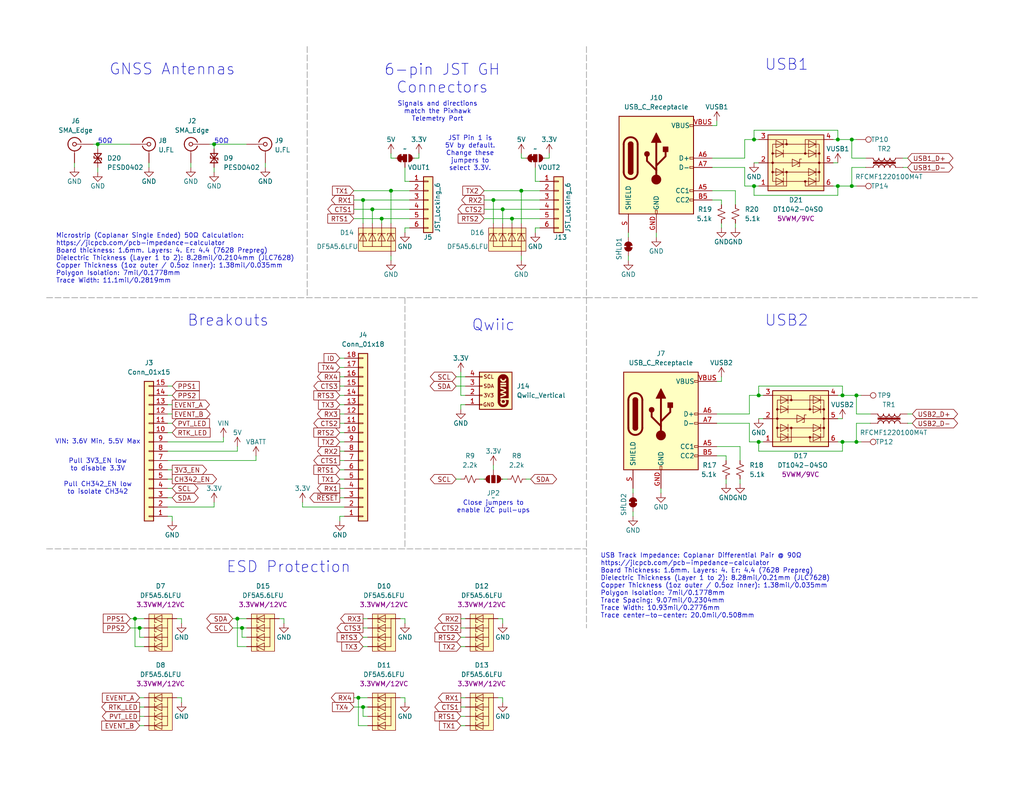
<source format=kicad_sch>
(kicad_sch (version 20250114) (generator "eeschema") (generator_version "9.0")
  (paper "USLetter")
  (title_block (title "SparkFun GNSS Flex Breakout - Connectors"))
  (text "Breakouts" (at 62.23 87.63 0) (effects (font (size 3 3))))
  (text "USB1" (at 214.63 17.78 0) (effects (font (size 3 3))))
  (text "USB Track Impedance: Coplanar Differential Pair @ 90Ω\nhttps://jlcpcb.com/pcb-impedance-calculator\nBoard Thickness: 1.6mm. Layers: 4. Er: 4.4 (7628 Prepreg)\nDielectric Thickness (Layer 1 to 2): 8.28mil/0.21mm (JLC7628) \nCopper Thickness (1oz outer / 0.5oz inner): 1.38mil/0.035mm\nPolygon Isolation: 7mil/0.1778mm\nTrace Spacing: 9.07mil/0.2304mm\nTrace Width: 10.93mil/0.2776mm\nTrace center-to-center: 20.0mil/0.508mm" (at 163.83 168.91 0) (effects (font (size 1.27 1.27)) (justify left bottom)))
  (text "50Ω" (at 58.42 39.37 0) (effects (font (size 1.27 1.27)) (justify left bottom)))
  (text "Close jumpers to\nenable I2C pull-ups" (at 134.62 138.43 0) (effects (font (size 1.27 1.27))))
  (text "Pull 3V3_EN low\nto disable 3.3V" (at 26.67 127 0) (effects (font (size 1.27 1.27))))
  (text "GNSS Antennas" (at 46.99 19.05 0) (effects (font (size 3 3))))
  (text "JST Pin 1 is\n5V by default.\nChange these\njumpers to\nselect 3.3V." (at 128.27 41.91 0) (effects (font (size 1.27 1.27))))
  (text "Signals and directions\nmatch the Pixhawk\nTelemetry Port" (at 119.38 30.48 0) (effects (font (size 1.27 1.27))))
  (text "Pull CH342_EN low\nto isolate CH342" (at 26.67 133.35 0) (effects (font (size 1.27 1.27))))
  (text "USB2" (at 214.63 87.63 0) (effects (font (size 3 3))))
  (text "Microstrip (Coplanar Single Ended) 50Ω Calculation:\nhttps://jlcpcb.com/pcb-impedance-calculator\nBoard thickness: 1.6mm. Layers: 4. Er: 4.4 (7628 Prepreg)\nDielectric Thickness (Layer 1 to 2): 8.28mil/0.2104mm (JLC7628)\nCopper Thickness (1oz outer / 0.5oz inner): 1.38mil/0.035mm\nPolygon Isolation: 7mil/0.1778mm\nTrace Width: 11.1mil/0.2819mm" (at 15.24 77.47 0) (effects (font (size 1.27 1.27)) (justify left bottom)))
  (text "50Ω" (at 26.67 39.37 0) (effects (font (size 1.27 1.27)) (justify left bottom)))
  (text "6-pin JST GH\nConnectors" (at 120.65 21.59 0) (effects (font (size 3 3))))
  (text "ESD Protection" (at 78.74 154.94 0) (effects (font (size 3 3))))
  (text "VIN: 3.6V Min, 5.5V Max\n" (at 26.67 120.65 0) (effects (font (size 1.27 1.27))))
  (text "Qwiic" (at 134.62 88.9 0) (effects (font (size 3 3))))
  (junction (at 99.06 193.04))
  (junction (at 232.41 38.1))
  (junction (at 232.41 50.8))
  (junction (at 38.1 171.45))
  (junction (at 137.16 57.15))
  (junction (at 228.6 38.1))
  (junction (at 205.74 50.8))
  (junction (at 36.83 168.91))
  (junction (at 64.77 168.91))
  (junction (at 207.01 107.95))
  (junction (at 66.04 171.45))
  (junction (at 134.62 54.61))
  (junction (at 106.68 52.07))
  (junction (at 97.79 190.5))
  (junction (at 142.24 52.07))
  (junction (at 58.42 39.37))
  (junction (at 233.68 120.65))
  (junction (at 207.01 120.65))
  (junction (at 229.87 120.65))
  (junction (at 101.6 57.15))
  (junction (at 104.14 59.69))
  (junction (at 26.67 39.37))
  (junction (at 228.6 50.8))
  (junction (at 139.7 59.69))
  (junction (at 205.74 38.1))
  (junction (at 99.06 54.61))
  (junction (at 229.87 107.95))
  (junction (at 233.68 107.95))
  (wire (pts (xy 110.49 49.53) (xy 111.76 49.53)))
  (wire (pts (xy 130.81 130.81) (xy 132.08 130.81)))
  (wire (pts (xy 142.24 52.07) (xy 147.32 52.07)))
  (wire (pts (xy 139.7 59.69) (xy 139.7 60.96)))
  (wire (pts (xy 92.71 123.19) (xy 93.98 123.19)))
  (wire (pts (xy 104.14 59.69) (xy 111.76 59.69)))
  (wire (pts (xy 38.1 171.45) (xy 39.37 171.45)))
  (wire (pts (xy 137.16 190.5) (xy 137.16 191.77)))
  (wire (pts (xy 64.77 123.19) (xy 64.77 121.92)))
  (wire (pts (xy 125.73 107.95) (xy 127 107.95)))
  (wire (pts (xy 58.42 137.16) (xy 58.42 138.43)))
  (polyline (pts (xy 160.02 81.28) (xy 266.7 81.28)) (stroke (width 0) (type dash) (color 132 132 132 1)))
  (wire (pts (xy 26.67 45.72) (xy 26.67 46.99)))
  (wire (pts (xy 58.42 39.37) (xy 67.31 39.37)))
  (wire (pts (xy 139.7 59.69) (xy 147.32 59.69)))
  (wire (pts (xy 194.31 34.29) (xy 195.58 34.29)))
  (wire (pts (xy 228.6 35.56) (xy 205.74 35.56)))
  (wire (pts (xy 58.42 39.37) (xy 58.42 40.64)))
  (wire (pts (xy 82.55 137.16) (xy 82.55 138.43)))
  (wire (pts (xy 92.71 120.65) (xy 93.98 120.65)))
  (wire (pts (xy 110.49 62.23) (xy 110.49 63.5)))
  (wire (pts (xy 132.08 57.15) (xy 137.16 57.15)))
  (wire (pts (xy 137.16 130.81) (xy 138.43 130.81)))
  (polyline (pts (xy 12.7 81.28) (xy 160.02 81.28)) (stroke (width 0) (type dash) (color 132 132 132 1)))
  (wire (pts (xy 125.73 198.12) (xy 127 198.12)))
  (wire (pts (xy 38.1 193.04) (xy 39.37 193.04)))
  (wire (pts (xy 208.28 120.65) (xy 207.01 120.65)))
  (wire (pts (xy 45.72 128.27) (xy 46.99 128.27)))
  (wire (pts (xy 101.6 57.15) (xy 111.76 57.15)))
  (wire (pts (xy 171.45 69.85) (xy 171.45 71.12)))
  (wire (pts (xy 228.6 38.1) (xy 232.41 38.1)))
  (wire (pts (xy 233.68 115.57) (xy 237.49 115.57)))
  (wire (pts (xy 92.71 100.33) (xy 93.98 100.33)))
  (wire (pts (xy 125.73 171.45) (xy 127 171.45)))
  (wire (pts (xy 142.24 43.18) (xy 143.51 43.18)))
  (wire (pts (xy 25.4 39.37) (xy 26.67 39.37)))
  (wire (pts (xy 113.03 43.18) (xy 114.3 43.18)))
  (wire (pts (xy 69.85 125.73) (xy 45.72 125.73)))
  (wire (pts (xy 46.99 115.57) (xy 45.72 115.57)))
  (wire (pts (xy 49.53 190.5) (xy 49.53 191.77)))
  (wire (pts (xy 96.52 59.69) (xy 104.14 59.69)))
  (wire (pts (xy 99.06 193.04) (xy 100.33 193.04)))
  (wire (pts (xy 207.01 123.19) (xy 229.87 123.19)))
  (polyline (pts (xy 110.49 81.28) (xy 110.49 149.86)) (stroke (width 0) (type dash) (color 132 132 132 1)))
  (wire (pts (xy 72.39 44.45) (xy 72.39 45.72)))
  (wire (pts (xy 92.71 97.79) (xy 93.98 97.79)))
  (wire (pts (xy 200.66 60.96) (xy 200.66 62.23)))
  (wire (pts (xy 76.2 168.91) (xy 77.47 168.91)))
  (wire (pts (xy 228.6 50.8) (xy 228.6 53.34)))
  (wire (pts (xy 100.33 168.91) (xy 99.06 168.91)))
  (wire (pts (xy 228.6 107.95) (xy 229.87 107.95)))
  (wire (pts (xy 38.1 195.58) (xy 39.37 195.58)))
  (wire (pts (xy 96.52 57.15) (xy 101.6 57.15)))
  (wire (pts (xy 111.76 62.23) (xy 110.49 62.23)))
  (wire (pts (xy 66.04 171.45) (xy 67.31 171.45)))
  (wire (pts (xy 66.04 173.99) (xy 66.04 171.45)))
  (wire (pts (xy 207.01 44.45) (xy 205.74 44.45)))
  (wire (pts (xy 36.83 176.53) (xy 36.83 168.91)))
  (wire (pts (xy 26.67 39.37) (xy 26.67 40.64)))
  (wire (pts (xy 40.64 44.45) (xy 40.64 45.72)))
  (wire (pts (xy 135.89 168.91) (xy 137.16 168.91)))
  (wire (pts (xy 92.71 102.87) (xy 93.98 102.87)))
  (wire (pts (xy 49.53 168.91) (xy 49.53 170.18)))
  (wire (pts (xy 110.49 45.72) (xy 110.49 49.53)))
  (wire (pts (xy 125.73 168.91) (xy 127 168.91)))
  (wire (pts (xy 35.56 171.45) (xy 38.1 171.45)))
  (wire (pts (xy 196.85 54.61) (xy 196.85 55.88)))
  (wire (pts (xy 39.37 173.99) (xy 38.1 173.99)))
  (wire (pts (xy 203.2 45.72) (xy 203.2 50.8)))
  (wire (pts (xy 227.33 50.8) (xy 228.6 50.8)))
  (wire (pts (xy 63.5 168.91) (xy 64.77 168.91)))
  (wire (pts (xy 229.87 107.95) (xy 233.68 107.95)))
  (wire (pts (xy 96.52 193.04) (xy 99.06 193.04)))
  (wire (pts (xy 147.32 62.23) (xy 146.05 62.23)))
  (wire (pts (xy 38.1 198.12) (xy 39.37 198.12)))
  (wire (pts (xy 207.01 105.41) (xy 207.01 107.95)))
  (wire (pts (xy 106.68 41.91) (xy 106.68 43.18)))
  (wire (pts (xy 46.99 105.41) (xy 45.72 105.41)))
  (wire (pts (xy 232.41 43.18) (xy 236.22 43.18)))
  (wire (pts (xy 204.47 113.03) (xy 204.47 107.95)))
  (wire (pts (xy 205.74 53.34) (xy 228.6 53.34)))
  (wire (pts (xy 97.79 198.12) (xy 100.33 198.12)))
  (wire (pts (xy 228.6 114.3) (xy 229.87 114.3)))
  (wire (pts (xy 195.58 124.46) (xy 198.12 124.46)))
  (wire (pts (xy 104.14 59.69) (xy 104.14 60.96)))
  (wire (pts (xy 134.62 54.61) (xy 147.32 54.61)))
  (wire (pts (xy 229.87 107.95) (xy 229.87 105.41)))
  (wire (pts (xy 92.71 128.27) (xy 93.98 128.27)))
  (wire (pts (xy 207.01 120.65) (xy 207.01 123.19)))
  (wire (pts (xy 96.52 54.61) (xy 99.06 54.61)))
  (wire (pts (xy 194.31 52.07) (xy 200.66 52.07)))
  (wire (pts (xy 232.41 38.1) (xy 233.68 38.1)))
  (wire (pts (xy 52.07 44.45) (xy 52.07 45.72)))
  (wire (pts (xy 195.58 104.14) (xy 196.85 104.14)))
  (wire (pts (xy 67.31 173.99) (xy 66.04 173.99)))
  (wire (pts (xy 179.07 63.5) (xy 179.07 64.77)))
  (wire (pts (xy 96.52 190.5) (xy 97.79 190.5)))
  (wire (pts (xy 229.87 120.65) (xy 229.87 123.19)))
  (wire (pts (xy 247.65 115.57) (xy 248.92 115.57)))
  (wire (pts (xy 142.24 52.07) (xy 142.24 60.96)))
  (wire (pts (xy 39.37 176.53) (xy 36.83 176.53)))
  (wire (pts (xy 38.1 173.99) (xy 38.1 171.45)))
  (wire (pts (xy 36.83 168.91) (xy 39.37 168.91)))
  (wire (pts (xy 132.08 52.07) (xy 142.24 52.07)))
  (wire (pts (xy 125.73 101.6) (xy 125.73 107.95)))
  (wire (pts (xy 100.33 173.99) (xy 99.06 173.99)))
  (wire (pts (xy 180.34 133.35) (xy 180.34 134.62)))
  (wire (pts (xy 101.6 57.15) (xy 101.6 60.96)))
  (wire (pts (xy 228.6 50.8) (xy 232.41 50.8)))
  (wire (pts (xy 60.96 120.65) (xy 45.72 120.65)))
  (wire (pts (xy 92.71 107.95) (xy 93.98 107.95)))
  (wire (pts (xy 137.16 57.15) (xy 137.16 60.96)))
  (wire (pts (xy 63.5 171.45) (xy 66.04 171.45)))
  (wire (pts (xy 148.59 43.18) (xy 149.86 43.18)))
  (wire (pts (xy 196.85 60.96) (xy 196.85 62.23)))
  (wire (pts (xy 106.68 52.07) (xy 111.76 52.07)))
  (wire (pts (xy 92.71 130.81) (xy 93.98 130.81)))
  (wire (pts (xy 207.01 38.1) (xy 205.74 38.1)))
  (wire (pts (xy 132.08 59.69) (xy 139.7 59.69)))
  (polyline (pts (xy 83.82 12.7) (xy 83.82 81.28)) (stroke (width 0) (type dash) (color 132 132 132 1)))
  (polyline (pts (xy 12.7 149.86) (xy 160.02 149.86)) (stroke (width 0) (type dash) (color 132 132 132 1)))
  (wire (pts (xy 204.47 120.65) (xy 207.01 120.65)))
  (wire (pts (xy 233.68 113.03) (xy 237.49 113.03)))
  (wire (pts (xy 57.15 39.37) (xy 58.42 39.37)))
  (wire (pts (xy 67.31 176.53) (xy 64.77 176.53)))
  (wire (pts (xy 97.79 190.5) (xy 97.79 198.12)))
  (wire (pts (xy 194.31 43.18) (xy 203.2 43.18)))
  (wire (pts (xy 110.49 190.5) (xy 110.49 191.77)))
  (wire (pts (xy 109.22 190.5) (xy 110.49 190.5)))
  (wire (pts (xy 92.71 140.97) (xy 92.71 142.24)))
  (wire (pts (xy 172.72 133.35) (xy 172.72 134.62)))
  (wire (pts (xy 233.68 107.95) (xy 234.95 107.95)))
  (wire (pts (xy 143.51 130.81) (xy 144.78 130.81)))
  (wire (pts (xy 246.38 43.18) (xy 247.65 43.18)))
  (wire (pts (xy 125.73 193.04) (xy 127 193.04)))
  (wire (pts (xy 200.66 52.07) (xy 200.66 55.88)))
  (wire (pts (xy 92.71 125.73) (xy 93.98 125.73)))
  (wire (pts (xy 135.89 190.5) (xy 137.16 190.5)))
  (wire (pts (xy 194.31 54.61) (xy 196.85 54.61)))
  (wire (pts (xy 227.33 44.45) (xy 228.6 44.45)))
  (wire (pts (xy 142.24 41.91) (xy 142.24 43.18)))
  (wire (pts (xy 46.99 140.97) (xy 46.99 142.24)))
  (wire (pts (xy 45.72 135.89) (xy 46.99 135.89)))
  (wire (pts (xy 35.56 168.91) (xy 36.83 168.91)))
  (wire (pts (xy 233.68 120.65) (xy 233.68 115.57)))
  (wire (pts (xy 203.2 38.1) (xy 205.74 38.1)))
  (wire (pts (xy 228.6 120.65) (xy 229.87 120.65)))
  (wire (pts (xy 203.2 43.18) (xy 203.2 38.1)))
  (wire (pts (xy 92.71 118.11) (xy 93.98 118.11)))
  (wire (pts (xy 125.73 190.5) (xy 127 190.5)))
  (wire (pts (xy 246.38 45.72) (xy 247.65 45.72)))
  (wire (pts (xy 106.68 69.85) (xy 106.68 71.12)))
  (wire (pts (xy 99.06 54.61) (xy 99.06 60.96)))
  (wire (pts (xy 142.24 69.85) (xy 142.24 71.12)))
  (wire (pts (xy 99.06 54.61) (xy 111.76 54.61)))
  (wire (pts (xy 69.85 124.46) (xy 69.85 125.73)))
  (wire (pts (xy 232.41 45.72) (xy 236.22 45.72)))
  (wire (pts (xy 97.79 190.5) (xy 100.33 190.5)))
  (wire (pts (xy 134.62 54.61) (xy 134.62 60.96)))
  (wire (pts (xy 92.71 135.89) (xy 93.98 135.89)))
  (wire (pts (xy 77.47 168.91) (xy 77.47 170.18)))
  (wire (pts (xy 195.58 121.92) (xy 201.93 121.92)))
  (wire (pts (xy 207.01 50.8) (xy 205.74 50.8)))
  (wire (pts (xy 45.72 133.35) (xy 46.99 133.35)))
  (wire (pts (xy 92.71 115.57) (xy 93.98 115.57)))
  (wire (pts (xy 233.68 107.95) (xy 233.68 113.03)))
  (wire (pts (xy 92.71 140.97) (xy 93.98 140.97)))
  (wire (pts (xy 205.74 50.8) (xy 205.74 53.34)))
  (wire (pts (xy 109.22 168.91) (xy 110.49 168.91)))
  (wire (pts (xy 64.77 176.53) (xy 64.77 168.91)))
  (wire (pts (xy 227.33 38.1) (xy 228.6 38.1)))
  (wire (pts (xy 229.87 120.65) (xy 233.68 120.65)))
  (wire (pts (xy 208.28 107.95) (xy 207.01 107.95)))
  (wire (pts (xy 132.08 54.61) (xy 134.62 54.61)))
  (wire (pts (xy 208.28 114.3) (xy 207.01 114.3)))
  (wire (pts (xy 195.58 115.57) (xy 204.47 115.57)))
  (wire (pts (xy 149.86 41.91) (xy 149.86 43.18)))
  (wire (pts (xy 124.46 130.81) (xy 125.73 130.81)))
  (wire (pts (xy 229.87 105.41) (xy 207.01 105.41)))
  (wire (pts (xy 196.85 102.87) (xy 196.85 104.14)))
  (wire (pts (xy 46.99 140.97) (xy 45.72 140.97)))
  (wire (pts (xy 203.2 50.8) (xy 205.74 50.8)))
  (wire (pts (xy 204.47 107.95) (xy 207.01 107.95)))
  (wire (pts (xy 201.93 121.92) (xy 201.93 125.73)))
  (wire (pts (xy 201.93 130.81) (xy 201.93 132.08)))
  (wire (pts (xy 100.33 176.53) (xy 99.06 176.53)))
  (wire (pts (xy 26.67 39.37) (xy 35.56 39.37)))
  (wire (pts (xy 99.06 195.58) (xy 99.06 193.04)))
  (wire (pts (xy 45.72 138.43) (xy 58.42 138.43)))
  (wire (pts (xy 195.58 113.03) (xy 204.47 113.03)))
  (wire (pts (xy 114.3 41.91) (xy 114.3 43.18)))
  (wire (pts (xy 100.33 171.45) (xy 99.06 171.45)))
  (wire (pts (xy 45.72 130.81) (xy 46.99 130.81)))
  (wire (pts (xy 124.46 105.41) (xy 127 105.41)))
  (wire (pts (xy 106.68 43.18) (xy 107.95 43.18)))
  (wire (pts (xy 46.99 110.49) (xy 45.72 110.49)))
  (wire (pts (xy 137.16 168.91) (xy 137.16 170.18)))
  (wire (pts (xy 228.6 38.1) (xy 228.6 35.56)))
  (wire (pts (xy 106.68 52.07) (xy 106.68 60.96)))
  (wire (pts (xy 82.55 138.43) (xy 93.98 138.43)))
  (wire (pts (xy 194.31 45.72) (xy 203.2 45.72)))
  (wire (pts (xy 48.26 190.5) (xy 49.53 190.5)))
  (wire (pts (xy 232.41 50.8) (xy 232.41 45.72)))
  (wire (pts (xy 205.74 35.56) (xy 205.74 38.1)))
  (wire (pts (xy 96.52 52.07) (xy 106.68 52.07)))
  (wire (pts (xy 38.1 190.5) (xy 39.37 190.5)))
  (wire (pts (xy 48.26 168.91) (xy 49.53 168.91)))
  (wire (pts (xy 92.71 105.41) (xy 93.98 105.41)))
  (wire (pts (xy 46.99 118.11) (xy 45.72 118.11)))
  (wire (pts (xy 198.12 130.81) (xy 198.12 132.08)))
  (wire (pts (xy 46.99 107.95) (xy 45.72 107.95)))
  (wire (pts (xy 110.49 168.91) (xy 110.49 170.18)))
  (wire (pts (xy 125.73 195.58) (xy 127 195.58)))
  (polyline (pts (xy 160.02 12.7) (xy 160.02 171.45)) (stroke (width 0) (type dash) (color 132 132 132 1)))
  (wire (pts (xy 92.71 113.03) (xy 93.98 113.03)))
  (wire (pts (xy 125.73 176.53) (xy 127 176.53)))
  (wire (pts (xy 64.77 168.91) (xy 67.31 168.91)))
  (wire (pts (xy 125.73 110.49) (xy 125.73 111.76)))
  (wire (pts (xy 146.05 45.72) (xy 146.05 49.53)))
  (wire (pts (xy 198.12 124.46) (xy 198.12 125.73)))
  (wire (pts (xy 232.41 38.1) (xy 232.41 43.18)))
  (wire (pts (xy 146.05 49.53) (xy 147.32 49.53)))
  (wire (pts (xy 137.16 57.15) (xy 147.32 57.15)))
  (wire (pts (xy 60.96 119.38) (xy 60.96 120.65)))
  (wire (pts (xy 204.47 115.57) (xy 204.47 120.65)))
  (wire (pts (xy 127 110.49) (xy 125.73 110.49)))
  (wire (pts (xy 20.32 44.45) (xy 20.32 45.72)))
  (wire (pts (xy 247.65 113.03) (xy 248.92 113.03)))
  (wire (pts (xy 195.58 33.02) (xy 195.58 34.29)))
  (wire (pts (xy 100.33 195.58) (xy 99.06 195.58)))
  (wire (pts (xy 134.62 127) (xy 134.62 128.27)))
  (wire (pts (xy 125.73 173.99) (xy 127 173.99)))
  (wire (pts (xy 233.68 120.65) (xy 234.95 120.65)))
  (wire (pts (xy 46.99 113.03) (xy 45.72 113.03)))
  (wire (pts (xy 171.45 63.5) (xy 171.45 64.77)))
  (wire (pts (xy 92.71 110.49) (xy 93.98 110.49)))
  (wire (pts (xy 92.71 133.35) (xy 93.98 133.35)))
  (wire (pts (xy 64.77 123.19) (xy 45.72 123.19)))
  (wire (pts (xy 232.41 50.8) (xy 233.68 50.8)))
  (wire (pts (xy 124.46 102.87) (xy 127 102.87)))
  (wire (pts (xy 58.42 45.72) (xy 58.42 46.99)))
  (wire (pts (xy 172.72 139.7) (xy 172.72 140.97)))
  (wire (pts (xy 146.05 62.23) (xy 146.05 63.5)))
  (global_label "USB1_D-" (shape bidirectional) (at 247.65 45.72 0) (property "Intersheetrefs" "${INTERSHEET_REFS}" (effects (hide yes))))
  (global_label "EVENT_A" (shape output) (at 46.99 110.49 0) (property "Intersheetrefs" "${INTERSHEET_REFS}" (effects (hide yes))))
  (global_label "RX2" (shape output) (at 132.08 54.61 180) (property "Intersheetrefs" "${INTERSHEET_REFS}" (effects (hide yes))))
  (global_label "RX2" (shape output) (at 92.71 123.19 180) (property "Intersheetrefs" "${INTERSHEET_REFS}" (effects (hide yes))))
  (global_label "PPS1" (shape input) (at 46.99 105.41 0) (property "Intersheetrefs" "${INTERSHEET_REFS}" (effects (hide yes))))
  (global_label "3V3_EN" (shape output) (at 46.99 128.27 0) (property "Intersheetrefs" "${INTERSHEET_REFS}" (effects (hide yes))))
  (global_label "CTS1" (shape output) (at 92.71 125.73 180) (property "Intersheetrefs" "${INTERSHEET_REFS}" (effects (hide yes))))
  (global_label "RTS2" (shape input) (at 125.73 173.99 180) (property "Intersheetrefs" "${INTERSHEET_REFS}" (effects (hide yes))))
  (global_label "RTS1" (shape input) (at 125.73 195.58 180) (property "Intersheetrefs" "${INTERSHEET_REFS}" (effects (hide yes))))
  (global_label "SCL" (shape bidirectional) (at 63.5 171.45 180) (property "Intersheetrefs" "${INTERSHEET_REFS}" (effects (hide yes))))
  (global_label "PPS2" (shape input) (at 35.56 171.45 180) (property "Intersheetrefs" "${INTERSHEET_REFS}" (effects (hide yes))))
  (global_label "SDA" (shape bidirectional) (at 46.99 135.89 0) (property "Intersheetrefs" "${INTERSHEET_REFS}" (effects (hide yes))))
  (global_label "EVENT_B" (shape output) (at 46.99 113.03 0) (property "Intersheetrefs" "${INTERSHEET_REFS}" (effects (hide yes))))
  (global_label "PVT_LED" (shape input) (at 46.99 115.57 0) (property "Intersheetrefs" "${INTERSHEET_REFS}" (effects (hide yes))))
  (global_label "SDA" (shape bidirectional) (at 144.78 130.81 0) (property "Intersheetrefs" "${INTERSHEET_REFS}" (effects (hide yes))))
  (global_label "TX1" (shape input) (at 92.71 130.81 180) (property "Intersheetrefs" "${INTERSHEET_REFS}" (effects (hide yes))))
  (global_label "RX4" (shape output) (at 92.71 102.87 180) (property "Intersheetrefs" "${INTERSHEET_REFS}" (effects (hide yes))))
  (global_label "RTS2" (shape input) (at 92.71 118.11 180) (property "Intersheetrefs" "${INTERSHEET_REFS}" (effects (hide yes))))
  (global_label "CTS3" (shape output) (at 99.06 171.45 180) (property "Intersheetrefs" "${INTERSHEET_REFS}" (effects (hide yes))))
  (global_label "EVENT_B" (shape input) (at 38.1 198.12 180) (property "Intersheetrefs" "${INTERSHEET_REFS}" (effects (hide yes))))
  (global_label "RX3" (shape output) (at 99.06 168.91 180) (property "Intersheetrefs" "${INTERSHEET_REFS}" (effects (hide yes))))
  (global_label "RX4" (shape output) (at 96.52 190.5 180) (property "Intersheetrefs" "${INTERSHEET_REFS}" (effects (hide yes))))
  (global_label "TX4" (shape input) (at 92.71 100.33 180) (property "Intersheetrefs" "${INTERSHEET_REFS}" (effects (hide yes))))
  (global_label "USB2_D-" (shape bidirectional) (at 248.92 115.57 0) (property "Intersheetrefs" "${INTERSHEET_REFS}" (effects (hide yes))))
  (global_label "EVENT_A" (shape input) (at 38.1 190.5 180) (property "Intersheetrefs" "${INTERSHEET_REFS}" (effects (hide yes))))
  (global_label "CTS1" (shape output) (at 96.52 57.15 180) (property "Intersheetrefs" "${INTERSHEET_REFS}" (effects (hide yes))))
  (global_label "TX1" (shape input) (at 125.73 198.12 180) (property "Intersheetrefs" "${INTERSHEET_REFS}" (effects (hide yes))))
  (global_label "TX3" (shape input) (at 99.06 176.53 180) (property "Intersheetrefs" "${INTERSHEET_REFS}" (effects (hide yes))))
  (global_label "RTS1" (shape input) (at 96.52 59.69 180) (property "Intersheetrefs" "${INTERSHEET_REFS}" (effects (hide yes))))
  (global_label "TX4" (shape input) (at 96.52 193.04 180) (property "Intersheetrefs" "${INTERSHEET_REFS}" (effects (hide yes))))
  (global_label "SCL" (shape bidirectional) (at 124.46 130.81 180) (property "Intersheetrefs" "${INTERSHEET_REFS}" (effects (hide yes))))
  (global_label "TX2" (shape input) (at 125.73 176.53 180) (property "Intersheetrefs" "${INTERSHEET_REFS}" (effects (hide yes))))
  (global_label "USB2_D+" (shape bidirectional) (at 248.92 113.03 0) (property "Intersheetrefs" "${INTERSHEET_REFS}" (effects (hide yes))))
  (global_label "TX2" (shape input) (at 132.08 52.07 180) (property "Intersheetrefs" "${INTERSHEET_REFS}" (effects (hide yes))))
  (global_label "PPS1" (shape input) (at 35.56 168.91 180) (property "Intersheetrefs" "${INTERSHEET_REFS}" (effects (hide yes))))
  (global_label "PPS2" (shape input) (at 46.99 107.95 0) (property "Intersheetrefs" "${INTERSHEET_REFS}" (effects (hide yes))))
  (global_label "RTK_LED" (shape input) (at 46.99 118.11 0) (property "Intersheetrefs" "${INTERSHEET_REFS}" (effects (hide yes))))
  (global_label "CTS2" (shape output) (at 132.08 57.15 180) (property "Intersheetrefs" "${INTERSHEET_REFS}" (effects (hide yes))))
  (global_label "CTS3" (shape output) (at 92.71 105.41 180) (property "Intersheetrefs" "${INTERSHEET_REFS}" (effects (hide yes))))
  (global_label "USB1_D+" (shape bidirectional) (at 247.65 43.18 0) (property "Intersheetrefs" "${INTERSHEET_REFS}" (effects (hide yes))))
  (global_label "RX1" (shape output) (at 125.73 190.5 180) (property "Intersheetrefs" "${INTERSHEET_REFS}" (effects (hide yes))))
  (global_label "CH342_EN" (shape output) (at 46.99 130.81 0) (property "Intersheetrefs" "${INTERSHEET_REFS}" (effects (hide yes))))
  (global_label "RTS2" (shape input) (at 132.08 59.69 180) (property "Intersheetrefs" "${INTERSHEET_REFS}" (effects (hide yes))))
  (global_label "SCL" (shape bidirectional) (at 124.46 102.87 180) (property "Intersheetrefs" "${INTERSHEET_REFS}" (effects (hide yes))))
  (global_label "PVT_LED" (shape output) (at 38.1 195.58 180) (property "Intersheetrefs" "${INTERSHEET_REFS}" (effects (hide yes))))
  (global_label "ID" (shape input) (at 92.71 97.79 180) (property "Intersheetrefs" "${INTERSHEET_REFS}" (effects (hide yes))))
  (global_label "RTS1" (shape input) (at 92.71 128.27 180) (property "Intersheetrefs" "${INTERSHEET_REFS}" (effects (hide yes))))
  (global_label "CTS2" (shape output) (at 92.71 115.57 180) (property "Intersheetrefs" "${INTERSHEET_REFS}" (effects (hide yes))))
  (global_label "TX2" (shape input) (at 92.71 120.65 180) (property "Intersheetrefs" "${INTERSHEET_REFS}" (effects (hide yes))))
  (global_label "SDA" (shape bidirectional) (at 63.5 168.91 180) (property "Intersheetrefs" "${INTERSHEET_REFS}" (effects (hide yes))))
  (global_label "RX2" (shape output) (at 125.73 168.91 180) (property "Intersheetrefs" "${INTERSHEET_REFS}" (effects (hide yes))))
  (global_label "CTS2" (shape output) (at 125.73 171.45 180) (property "Intersheetrefs" "${INTERSHEET_REFS}" (effects (hide yes))))
  (global_label "SCL" (shape bidirectional) (at 46.99 133.35 0) (property "Intersheetrefs" "${INTERSHEET_REFS}" (effects (hide yes))))
  (global_label "RX1" (shape output) (at 96.52 54.61 180) (property "Intersheetrefs" "${INTERSHEET_REFS}" (effects (hide yes))))
  (global_label "TX3" (shape input) (at 92.71 110.49 180) (property "Intersheetrefs" "${INTERSHEET_REFS}" (effects (hide yes))))
  (global_label "RTK_LED" (shape output) (at 38.1 193.04 180) (property "Intersheetrefs" "${INTERSHEET_REFS}" (effects (hide yes))))
  (global_label "RX1" (shape output) (at 92.71 133.35 180) (property "Intersheetrefs" "${INTERSHEET_REFS}" (effects (hide yes))))
  (global_label "SDA" (shape bidirectional) (at 124.46 105.41 180) (property "Intersheetrefs" "${INTERSHEET_REFS}" (effects (hide yes))))
  (global_label "CTS1" (shape output) (at 125.73 193.04 180) (property "Intersheetrefs" "${INTERSHEET_REFS}" (effects (hide yes))))
  (global_label "TX1" (shape input) (at 96.52 52.07 180) (property "Intersheetrefs" "${INTERSHEET_REFS}" (effects (hide yes))))
  (global_label "RTS3" (shape input) (at 92.71 107.95 180) (property "Intersheetrefs" "${INTERSHEET_REFS}" (effects (hide yes))))
  (global_label "RX3" (shape output) (at 92.71 113.03 180) (property "Intersheetrefs" "${INTERSHEET_REFS}" (effects (hide yes))))
  (global_label "RTS3" (shape input) (at 99.06 173.99 180) (property "Intersheetrefs" "${INTERSHEET_REFS}" (effects (hide yes))))
  (global_label "~{RESET}" (shape output) (at 92.71 135.89 180) (property "Intersheetrefs" "${INTERSHEET_REFS}" (effects (hide yes))))
  (symbol (lib_id "SparkFun-DiscreteSemi:D_TVS_ESD_USB_5V") (at 218.44 44.45 270) (mirror x) (unit 1)
    (property "Reference" "D21" (at 217.17 54.61 90))
    (property "Value" "DT1042-04SO" (at 210.82 57.15 90) (effects (justify left)))
    (property "Footprint" "SparkFun-Semiconductor-Standard:SOT23-6" (effects (hide yes)))
    (property "Datasheet" "https://www.diodes.com/assets/Datasheets/DT1042-04SO.pdf" (effects (hide yes)))
    (property "Description" "Very low capacitance ESD protection diode, 4 data-line, SOT-23-6" (effects (hide yes)))
    (property "PROD_ID" "IC-13538" (effects (hide yes)))
    (property "Rating" "5VWM/9VC" (at 217.17 59.69 90))
  )
  (symbol (lib_id "SparkFun-DiscreteSemi:D_TVS_ESD_4_HS_3.3V") (at 43.18 195.58 90) (unit 1)
    (property "Reference" "D8" (at 43.815 181.61 90))
    (property "Value" "DF5A5.6LFU" (at 43.815 184.15 90))
    (property "Footprint" "SparkFun-Semiconductor-Standard:SOT-353" (effects (hide yes)))
    (property "Datasheet" "https://toshiba.semicon-storage.com/info/DF5A5.6LFU_datasheet_en_20140301.pdf?did=22260&prodName=DF5A5.6LFU" (effects (hide yes)))
    (property "Description" "Low capacitance microSD unidirectional quadruple ESD protection diode array, 3.3V, Common Anode, SOT-353" (effects (hide yes)))
    (property "PROD_ID" "DIO-20454" (effects (hide yes)))
    (property "Rating" "3.3VWM/12VC" (at 43.815 186.69 90))
  )
  (symbol (lib_id "SparkFun-DiscreteSemi:D_TVS_ESD_4_HS_3.3V") (at 71.12 173.99 90) (unit 1)
    (property "Reference" "D15" (at 71.755 160.02 90))
    (property "Value" "DF5A5.6LFU" (at 71.755 162.56 90))
    (property "Footprint" "SparkFun-Semiconductor-Standard:SOT-353" (effects (hide yes)))
    (property "Datasheet" "https://toshiba.semicon-storage.com/info/DF5A5.6LFU_datasheet_en_20140301.pdf?did=22260&prodName=DF5A5.6LFU" (effects (hide yes)))
    (property "Description" "Low capacitance microSD unidirectional quadruple ESD protection diode array, 3.3V, Common Anode, SOT-353" (effects (hide yes)))
    (property "PROD_ID" "DIO-20454" (effects (hide yes)))
    (property "Rating" "3.3VWM/12VC" (at 71.755 165.1 90))
  )
  (symbol (lib_id "SparkFun-DiscreteSemi:D_TVS_ESD_4_HS_3.3V") (at 130.81 173.99 90) (unit 1)
    (property "Reference" "D12" (at 131.445 160.02 90))
    (property "Value" "DF5A5.6LFU" (at 131.445 162.56 90))
    (property "Footprint" "SparkFun-Semiconductor-Standard:SOT-353" (effects (hide yes)))
    (property "Datasheet" "https://toshiba.semicon-storage.com/info/DF5A5.6LFU_datasheet_en_20140301.pdf?did=22260&prodName=DF5A5.6LFU" (effects (hide yes)))
    (property "Description" "Low capacitance microSD unidirectional quadruple ESD protection diode array, 3.3V, Common Anode, SOT-353" (effects (hide yes)))
    (property "PROD_ID" "DIO-20454" (effects (hide yes)))
    (property "Rating" "3.3VWM/12VC" (at 131.445 165.1 90))
  )
  (symbol (lib_id "SparkFun-Connector:Conn_01x15") (at 40.64 123.19 180) (unit 1)
    (property "Reference" "J3" (at 40.64 99.06 0))
    (property "Value" "Conn_01x15" (at 40.64 101.6 0))
    (property "Footprint" "SparkFun-Connector:1x15" (effects (hide yes)))
    (property "Description" "Basic 0.1\" PTH" (effects (hide yes)))
  )
  (symbol (lib_id "SparkFun-Jumper:SolderJumper_2_Bridged") (at 171.45 67.31 270) (mirror x) (unit 1)
    (property "Reference" "SHLD1" (at 168.91 64.77 0) (effects (justify right)))
    (property "Value" "~" (at 168.91 68.58 90) (effects (justify right)))
    (property "Footprint" "SparkFun-Jumper:Jumper_2_NC_Trace" (effects (hide yes)))
    (property "Description" "Solder Jumper, 2-pole, closed/bridged" (effects (hide yes)))
  )
  (symbol (lib_id "SparkFun-PowerSymbol:3.3V") (at 134.62 127 0) (unit 1)
    (property "Reference" "#PWR0117" (effects (hide yes)))
    (property "Value" "3.3V" (at 134.62 123.19 0))
    (property "Description" "Power symbol creates a global label with name \"3.3V\"" (effects (hide yes)))
  )
  (symbol (lib_id "SparkFun-PowerSymbol:GND") (at 201.93 132.08 0) (unit 1)
    (property "Reference" "#PWR071" (effects (hide yes)))
    (property "Value" "GND" (at 201.93 135.89 0))
    (property "Description" "Power symbol creates a global label with name \"GND\" , ground" (effects (hide yes)))
  )
  (symbol (lib_id "SparkFun-PowerSymbol:GND") (at 52.07 45.72 0) (unit 1)
    (property "Reference" "#PWR046" (effects (hide yes)))
    (property "Value" "GND" (at 52.07 49.53 0))
    (property "Description" "Power symbol creates a global label with name \"GND\" , ground" (effects (hide yes)))
  )
  (symbol (lib_id "SparkFun-Connector:TestPoint_1.25mm") (at 234.95 107.95 270) (unit 1)
    (property "Reference" "TP9" (at 241.3 107.95 90))
    (property "Value" "1.25mm" (effects (hide yes)))
    (property "Footprint" "SparkFun-Connector:TestPoint-1.25mm" (effects (hide yes)))
    (property "Description" "Test Point" (effects (hide yes)))
  )
  (symbol (lib_id "SparkFun-PowerSymbol:GND") (at 92.71 142.24 0) (unit 1)
    (property "Reference" "#PWR056" (effects (hide yes)))
    (property "Value" "GND" (at 92.71 146.05 0))
    (property "Description" "Power symbol creates a global label with name \"GND\" , ground" (effects (hide yes)))
  )
  (symbol (lib_id "SparkFun-PowerSymbol:GND") (at 26.67 46.99 0) (unit 1)
    (property "Reference" "#PWR060" (effects (hide yes)))
    (property "Value" "GND" (at 26.67 50.8 0))
    (property "Description" "Power symbol creates a global label with name \"GND\" , ground" (effects (hide yes)))
  )
  (symbol (lib_id "SparkFun-PowerSymbol:GND") (at 49.53 170.18 0) (unit 1)
    (property "Reference" "#PWR044" (effects (hide yes)))
    (property "Value" "GND" (at 49.53 173.99 0))
    (property "Description" "Power symbol creates a global label with name \"GND\" , ground" (effects (hide yes)))
  )
  (symbol (lib_id "SparkFun-PowerSymbol:VIN") (at 60.96 119.38 0) (unit 1)
    (property "Reference" "#PWR051" (effects (hide yes)))
    (property "Value" "VIN" (at 60.96 115.57 0))
    (property "Description" "Power symbol creates a global label with name \"VIN\"" (effects (hide yes)))
  )
  (symbol (lib_id "SparkFun-PowerSymbol:GND") (at 146.05 63.5 0) (unit 1)
    (property "Reference" "#PWR077" (effects (hide yes)))
    (property "Value" "GND" (at 146.05 67.31 0))
    (property "Description" "Power symbol creates a global label with name \"GND\" , ground" (effects (hide yes)))
  )
  (symbol (lib_id "SparkFun-PowerSymbol:GND") (at 46.99 142.24 0) (unit 1)
    (property "Reference" "#PWR048" (effects (hide yes)))
    (property "Value" "GND" (at 46.99 146.05 0))
    (property "Description" "Power symbol creates a global label with name \"GND\" , ground" (effects (hide yes)))
  )
  (symbol (lib_id "SparkFun-DiscreteSemi:D_TVS_0402_14V") (at 58.42 43.18 90) (unit 1)
    (property "Reference" "D9" (at 60.96 43.18 90) (effects (justify right)))
    (property "Value" "PESD0402" (at 60.96 45.72 90) (effects (justify right)))
    (property "Footprint" "SparkFun-Capacitor:C_0402_1005Metric" (effects (hide yes)))
    (property "Datasheet" "https://www.littelfuse.com/~/media/electronics/product_specifications/polymer_esd_suppressors/littelfuse_polymer_esd_suppressor_pesd0402_140_product_specification.pdf.pdf" (effects (hide yes)))
    (property "Description" "Bidirectional transient-voltage-suppression diode" (effects (hide yes)))
    (property "PROD_ID" "DIO-15359" (effects (hide yes)))
    (property "Rating" "14VWM/40VC" (effects (hide yes)))
  )
  (symbol (lib_id "SparkFun-Resistor:5.1k_0603") (at 198.12 128.27 270) (mirror x) (unit 1)
    (property "Reference" "R17" (at 195.58 126.9999 90) (effects (justify right)))
    (property "Value" "5.1k" (at 195.58 129.5399 90) (effects (justify right)))
    (property "Footprint" "SparkFun-Resistor:R_0603_1608Metric" (effects (hide yes)))
    (property "Datasheet" "https://www.vishay.com/docs/20035/dcrcwe3.pdf" (effects (hide yes)))
    (property "Description" "Resistor" (effects (hide yes)))
    (property "PROD_ID" "RES-12083" (effects (hide yes)))
  )
  (symbol (lib_id "SparkFun-PowerSymbol:GND") (at 72.39 45.72 0) (unit 1)
    (property "Reference" "#PWR095" (effects (hide yes)))
    (property "Value" "GND" (at 72.39 49.53 0))
    (property "Description" "Power symbol creates a global label with name \"GND\" , ground" (effects (hide yes)))
  )
  (symbol (lib_id "SparkFun-Jumper:SolderJumper_3_Bridged12") (at 110.49 43.18 0) (unit 1)
    (property "Reference" "VOUT1" (at 114.3 45.72 0))
    (property "Value" "~" (at 110.49 40.64 0))
    (property "Footprint" "SparkFun-Jumper:Jumper_3_NC-1_Trace" (effects (hide yes)))
    (property "Description" "3-pole Solder Jumper, pins 1+2 closed/bridged" (effects (hide yes)))
  )
  (symbol (lib_id "SparkFun-Resistor:5.1k_0603") (at 200.66 58.42 90) (unit 1)
    (property "Reference" "R20" (at 203.2 57.1499 90) (effects (justify right)))
    (property "Value" "5.1k" (at 203.2 59.6899 90) (effects (justify right)))
    (property "Footprint" "SparkFun-Resistor:R_0603_1608Metric" (effects (hide yes)))
    (property "Datasheet" "https://www.vishay.com/docs/20035/dcrcwe3.pdf" (effects (hide yes)))
    (property "Description" "Resistor" (effects (hide yes)))
    (property "PROD_ID" "RES-12083" (effects (hide yes)))
  )
  (symbol (lib_id "SparkFun-PowerSymbol:GND") (at 20.32 45.72 0) (unit 1)
    (property "Reference" "#PWR063" (effects (hide yes)))
    (property "Value" "GND" (at 20.32 49.53 0))
    (property "Description" "Power symbol creates a global label with name \"GND\" , ground" (effects (hide yes)))
  )
  (symbol (lib_id "SparkFun-PowerSymbol:GND") (at 198.12 132.08 0) (unit 1)
    (property "Reference" "#PWR070" (effects (hide yes)))
    (property "Value" "GND" (at 198.12 135.89 0))
    (property "Description" "Power symbol creates a global label with name \"GND\" , ground" (effects (hide yes)))
  )
  (symbol (lib_id "SparkFun-PowerSymbol:GND") (at 196.85 62.23 0) (unit 1)
    (property "Reference" "#PWR073" (effects (hide yes)))
    (property "Value" "GND" (at 196.85 66.04 0))
    (property "Description" "Power symbol creates a global label with name \"GND\" , ground" (effects (hide yes)))
  )
  (symbol (lib_id "SparkFun-Jumper:SolderJumper_2_Bridged") (at 172.72 137.16 270) (mirror x) (unit 1)
    (property "Reference" "SHLD2" (at 170.18 134.62 0) (effects (justify right)))
    (property "Value" "~" (at 170.18 138.43 90) (effects (justify right)))
    (property "Footprint" "SparkFun-Jumper:Jumper_2_NC_Trace" (effects (hide yes)))
    (property "Description" "Solder Jumper, 2-pole, closed/bridged" (effects (hide yes)))
  )
  (symbol (lib_id "SparkFun-Jumper:SolderJumper_3_Open") (at 134.62 130.81 180) (unit 1)
    (property "Reference" "JP2" (at 134.62 134.62 0))
    (property "Value" "~" (at 134.62 135.89 0))
    (property "Footprint" "SparkFun-Jumper:Jumper_3_NO" (effects (hide yes)))
    (property "Description" "Solder Jumper, 3-pole, open" (effects (hide yes)))
  )
  (symbol (lib_id "SparkFun-PowerSymbol:GND") (at 180.34 134.62 0) (unit 1)
    (property "Reference" "#PWR066" (effects (hide yes)))
    (property "Value" "GND" (at 180.34 138.43 0))
    (property "Description" "Power symbol creates a global label with name \"GND\" , ground" (effects (hide yes)))
  )
  (symbol (lib_id "SparkFun-DiscreteSemi:D_TVS_ESD_4_HS_3.3V") (at 43.18 173.99 90) (unit 1)
    (property "Reference" "D7" (at 43.815 160.02 90))
    (property "Value" "DF5A5.6LFU" (at 43.815 162.56 90))
    (property "Footprint" "SparkFun-Semiconductor-Standard:SOT-353" (effects (hide yes)))
    (property "Datasheet" "https://toshiba.semicon-storage.com/info/DF5A5.6LFU_datasheet_en_20140301.pdf?did=22260&prodName=DF5A5.6LFU" (effects (hide yes)))
    (property "Description" "Low capacitance microSD unidirectional quadruple ESD protection diode array, 3.3V, Common Anode, SOT-353" (effects (hide yes)))
    (property "PROD_ID" "DIO-20454" (effects (hide yes)))
    (property "Rating" "3.3VWM/12VC" (at 43.815 165.1 90))
  )
  (symbol (lib_id "SparkFun-Connector:Conn_01x18") (at 99.06 120.65 0) (mirror x) (unit 1)
    (property "Reference" "J4" (at 99.06 91.44 0))
    (property "Value" "Conn_01x18" (at 99.06 93.98 0))
    (property "Footprint" "SparkFun-Connector:1x18" (effects (hide yes)))
    (property "Description" "Basic 0.1\" PTH" (effects (hide yes)))
  )
  (symbol (lib_id "SparkFun-PowerSymbol:GND") (at 179.07 64.77 0) (unit 1)
    (property "Reference" "#PWR068" (effects (hide yes)))
    (property "Value" "GND" (at 179.07 68.58 0))
    (property "Description" "Power symbol creates a global label with name \"GND\" , ground" (effects (hide yes)))
  )
  (symbol (lib_id "SparkFun-PowerSymbol:GND") (at 207.01 114.3 0) (unit 1)
    (property "Reference" "#PWR074" (effects (hide yes)))
    (property "Value" "GND" (at 207.01 118.11 0))
    (property "Description" "Power symbol creates a global label with name \"GND\" , ground" (effects (hide yes)))
  )
  (symbol (lib_id "SparkFun-PowerSymbol:GND") (at 172.72 140.97 0) (unit 1)
    (property "Reference" "#PWR065" (effects (hide yes)))
    (property "Value" "GND" (at 172.72 144.78 0))
    (property "Description" "Power symbol creates a global label with name \"GND\" , ground" (effects (hide yes)))
  )
  (symbol (lib_id "SparkFun-Coil:USB_Transformer") (at 242.57 114.3 0) (mirror x) (unit 1)
    (property "Reference" "TR1" (at 242.57 110.49 0))
    (property "Value" "RFCMF1220100M4T" (at 243.84 118.11 0))
    (property "Footprint" "SparkFun-Coil:RFCMF1220100M4T" (effects (hide yes)))
    (property "Datasheet" "http://www.passivecomponent.com/wp-content/uploads/2018/10/RF-Filter.pdf" (effects (hide yes)))
    (property "Description" "USB Transformer" (effects (hide yes)))
    (property "PROD_ID" "COMP-19495" (effects (hide yes)))
  )
  (symbol (lib_id "SparkFun-Resistor:2.2k_0603") (at 128.27 130.81 0) (unit 1)
    (property "Reference" "R9" (at 128.27 124.46 0))
    (property "Value" "2.2k" (at 128.27 127 0))
    (property "Footprint" "SparkFun-Resistor:R_0603_1608Metric" (effects (hide yes)))
    (property "Datasheet" "https://www.vishay.com/docs/20035/dcrcwe3.pdf" (effects (hide yes)))
    (property "Description" "Resistor" (effects (hide yes)))
    (property "PROD_ID" "RES-08272" (effects (hide yes)))
  )
  (symbol (lib_id "SparkFun-DiscreteSemi:D_TVS_ESD_4_HS_3.3V") (at 104.14 173.99 90) (unit 1)
    (property "Reference" "D10" (at 104.775 160.02 90))
    (property "Value" "DF5A5.6LFU" (at 104.775 162.56 90))
    (property "Footprint" "SparkFun-Semiconductor-Standard:SOT-353" (effects (hide yes)))
    (property "Datasheet" "https://toshiba.semicon-storage.com/info/DF5A5.6LFU_datasheet_en_20140301.pdf?did=22260&prodName=DF5A5.6LFU" (effects (hide yes)))
    (property "Description" "Low capacitance microSD unidirectional quadruple ESD protection diode array, 3.3V, Common Anode, SOT-353" (effects (hide yes)))
    (property "PROD_ID" "DIO-20454" (effects (hide yes)))
    (property "Rating" "3.3VWM/12VC" (at 104.775 165.1 90))
  )
  (symbol (lib_id "SparkFun-PowerSymbol:5V") (at 106.68 41.91 0) (unit 1)
    (property "Reference" "#PWR092" (effects (hide yes)))
    (property "Value" "5V" (at 106.68 38.1 0))
    (property "Description" "Power symbol creates a global label with name \"5V\"" (effects (hide yes)))
  )
  (symbol (lib_id "SparkFun-Connector:TestPoint_1.25mm") (at 233.68 50.8 270) (unit 1)
    (property "Reference" "TP14" (at 240.03 50.8 90))
    (property "Value" "1.25mm" (effects (hide yes)))
    (property "Footprint" "SparkFun-Connector:TestPoint-1.25mm" (effects (hide yes)))
    (property "Description" "Test Point" (effects (hide yes)))
  )
  (symbol (lib_id "SparkFun-PowerSymbol:GND") (at 110.49 63.5 0) (unit 1)
    (property "Reference" "#PWR061" (effects (hide yes)))
    (property "Value" "GND" (at 110.49 67.31 0))
    (property "Description" "Power symbol creates a global label with name \"GND\" , ground" (effects (hide yes)))
  )
  (symbol (lib_id "SparkFun-Connector:TestPoint_1.25mm") (at 234.95 120.65 270) (unit 1)
    (property "Reference" "TP12" (at 241.3 120.65 90))
    (property "Value" "1.25mm" (effects (hide yes)))
    (property "Footprint" "SparkFun-Connector:TestPoint-1.25mm" (effects (hide yes)))
    (property "Description" "Test Point" (effects (hide yes)))
  )
  (symbol (lib_id "SparkFun-Connector:USB_C_Receptacle") (at 180.34 113.03 0) (unit 1)
    (property "Reference" "J7" (at 180.34 96.52 0))
    (property "Value" "USB_C_Receptacle" (at 180.34 99.06 0))
    (property "Footprint" "SparkFun-Connector:USB-C_16" (effects (hide yes)))
    (property "Datasheet" "https://www.usb.org/sites/default/files/documents/usb_type-c.zip" (effects (hide yes)))
    (property "Description" "USB 2.0-only Type-C Receptacle connector" (effects (hide yes)))
    (property "PROD_ID" "CONN-14122" (effects (hide yes)))
  )
  (symbol (lib_id "SparkFun-PowerSymbol:3.3V") (at 82.55 137.16 0) (unit 1)
    (property "Reference" "#PWR055" (effects (hide yes)))
    (property "Value" "3.3V" (at 82.55 133.35 0))
    (property "Description" "Power symbol creates a global label with name \"3.3V\"" (effects (hide yes)))
  )
  (symbol (lib_id "SparkFun-RF:SMA_EdgeMount") (at 20.32 39.37 0) (mirror y) (unit 1)
    (property "Reference" "J6" (at 20.6374 33.02 0))
    (property "Value" "SMA_Edge" (at 20.6374 35.56 0))
    (property "Footprint" "SparkFun-Connector:SMA_Edge" (effects (hide yes)))
    (property "Datasheet" "https://www.sparkfun.com/datasheets/Wireless/Antenna/SMA-Connector.pdf" (effects (hide yes)))
    (property "Description" "SMA PCB Edge Mount connector" (effects (hide yes)))
    (property "PROD_ID" "CONN-08289" (effects (hide yes)))
  )
  (symbol (lib_id "SparkFun-Coil:USB_Transformer") (at 241.3 44.45 0) (mirror x) (unit 1)
    (property "Reference" "TR2" (at 241.3 40.64 0))
    (property "Value" "RFCMF1220100M4T" (at 242.57 48.26 0))
    (property "Footprint" "SparkFun-Coil:RFCMF1220100M4T" (effects (hide yes)))
    (property "Datasheet" "http://www.passivecomponent.com/wp-content/uploads/2018/10/RF-Filter.pdf" (effects (hide yes)))
    (property "Description" "USB Transformer" (effects (hide yes)))
    (property "PROD_ID" "COMP-19495" (effects (hide yes)))
  )
  (symbol (lib_id "SparkFun-RF:U.FL") (at 72.39 39.37 0) (unit 1)
    (property "Reference" "J9" (at 74.93 38.3931 0) (effects (justify left)))
    (property "Value" "U.FL" (at 74.93 40.9331 0) (effects (justify left)))
    (property "Footprint" "SparkFun-Connector:U.FL" (effects (hide yes)))
    (property "Datasheet" "https://mm.digikey.com/Volume0/opasdata/d220001/medias/docus/2607/UFL%20Series.pdf" (effects (hide yes)))
    (property "Description" "SMA PCB Edge Mount connector SMD" (effects (hide yes)))
    (property "PROD_ID" "CONN-09193" (effects (hide yes)))
  )
  (symbol (lib_id "SparkFun-Connector:Conn_01x06_JST_1.25mm_Locking") (at 152.4 54.61 0) (unit 1)
    (property "Reference" "J13" (at 151.13 64.77 0) (effects (justify left)))
    (property "Value" "JST_Locking_6" (at 154.94 63.5 90) (effects (justify left)))
    (property "Footprint" "SparkFun-Connector:JST_SMD_1.25mm-6_Locking" (effects (hide yes)))
    (property "Datasheet" "https://www.jst-mfg.com/product/pdf/eng/eGH.pdf" (effects (hide yes)))
    (property "Description" "JST locking connector" (effects (hide yes)))
    (property "PROD_ID" "CONN-16497" (effects (hide yes)))
  )
  (symbol (lib_id "SparkFun-PowerSymbol:GND") (at 137.16 170.18 0) (unit 1)
    (property "Reference" "#PWR057" (effects (hide yes)))
    (property "Value" "GND" (at 137.16 173.99 0))
    (property "Description" "Power symbol creates a global label with name \"GND\" , ground" (effects (hide yes)))
  )
  (symbol (lib_id "SparkFun-PowerSymbol:VUSB") (at 195.58 33.02 0) (unit 1)
    (property "Reference" "#PWR072" (effects (hide yes)))
    (property "Value" "VUSB1" (at 195.58 29.21 0))
    (property "Description" "Power symbol creates a global label with name \"VUSB\"" (effects (hide yes)))
  )
  (symbol (lib_id "SparkFun-PowerSymbol:GND") (at 171.45 71.12 0) (unit 1)
    (property "Reference" "#PWR067" (effects (hide yes)))
    (property "Value" "GND" (at 171.45 74.93 0))
    (property "Description" "Power symbol creates a global label with name \"GND\" , ground" (effects (hide yes)))
  )
  (symbol (lib_id "SparkFun-DiscreteSemi:D_TVS_ESD_4_HS_3.3V") (at 130.81 195.58 90) (unit 1)
    (property "Reference" "D13" (at 131.445 181.61 90))
    (property "Value" "DF5A5.6LFU" (at 131.445 184.15 90))
    (property "Footprint" "SparkFun-Semiconductor-Standard:SOT-353" (effects (hide yes)))
    (property "Datasheet" "https://toshiba.semicon-storage.com/info/DF5A5.6LFU_datasheet_en_20140301.pdf?did=22260&prodName=DF5A5.6LFU" (effects (hide yes)))
    (property "Description" "Low capacitance microSD unidirectional quadruple ESD protection diode array, 3.3V, Common Anode, SOT-353" (effects (hide yes)))
    (property "PROD_ID" "DIO-20454" (effects (hide yes)))
    (property "Rating" "3.3VWM/12VC" (at 131.445 186.69 90))
  )
  (symbol (lib_id "SparkFun-Connector:Qwiic_Vertical") (at 132.08 105.41 0) (unit 1)
    (property "Reference" "J14" (at 140.97 105.4099 0) (effects (justify left)))
    (property "Value" "Qwiic_Vertical" (at 140.97 107.9499 0) (effects (justify left)))
    (property "Footprint" "SparkFun-Connector:JST_SMD_1.0mm-4_Vertical_Black" (effects (hide yes)))
    (property "Datasheet" "https://www.jst-mfg.com/product/pdf/eng/eSH.pdf" (effects (hide yes)))
    (property "Description" "4 pin JST 1mm polarized connector for I2C" (effects (hide yes)))
    (property "PROD_ID" "CONN-14483" (effects (hide yes)))
  )
  (symbol (lib_id "SparkFun-PowerSymbol:GND") (at 58.42 46.99 0) (unit 1)
    (property "Reference" "#PWR047" (effects (hide yes)))
    (property "Value" "GND" (at 58.42 50.8 0))
    (property "Description" "Power symbol creates a global label with name \"GND\" , ground" (effects (hide yes)))
  )
  (symbol (lib_id "SparkFun-Connector:TestPoint_1.25mm") (at 233.68 38.1 270) (unit 1)
    (property "Reference" "TP10" (at 240.03 38.1 90))
    (property "Value" "1.25mm" (effects (hide yes)))
    (property "Footprint" "SparkFun-Connector:TestPoint-1.25mm" (effects (hide yes)))
    (property "Description" "Test Point" (effects (hide yes)))
  )
  (symbol (lib_id "SparkFun-PowerSymbol:GND") (at 77.47 170.18 0) (unit 1)
    (property "Reference" "#PWR062" (effects (hide yes)))
    (property "Value" "GND" (at 77.47 173.99 0))
    (property "Description" "Power symbol creates a global label with name \"GND\" , ground" (effects (hide yes)))
  )
  (symbol (lib_id "SparkFun-PowerSymbol:VBATT") (at 69.85 124.46 0) (unit 1)
    (property "Reference" "#PWR049" (effects (hide yes)))
    (property "Value" "VBATT" (at 69.85 120.65 0))
    (property "Description" "Power symbol creates a global label with name \"VBATT\"" (effects (hide yes)))
  )
  (symbol (lib_id "SparkFun-PowerSymbol:VUSB") (at 229.87 114.3 0) (unit 1)
    (property "Reference" "#PWR080" (effects (hide yes)))
    (property "Value" "VUSB2" (at 229.87 110.49 0))
    (property "Description" "Power symbol creates a global label with name \"VUSB\"" (effects (hide yes)))
  )
  (symbol (lib_id "SparkFun-DiscreteSemi:D_TVS_0402_14V") (at 26.67 43.18 90) (unit 1)
    (property "Reference" "D20" (at 29.21 43.18 90) (effects (justify right)))
    (property "Value" "PESD0402" (at 29.21 45.72 90) (effects (justify right)))
    (property "Footprint" "SparkFun-Capacitor:C_0402_1005Metric" (effects (hide yes)))
    (property "Datasheet" "https://www.littelfuse.com/~/media/electronics/product_specifications/polymer_esd_suppressors/littelfuse_polymer_esd_suppressor_pesd0402_140_product_specification.pdf.pdf" (effects (hide yes)))
    (property "Description" "Bidirectional transient-voltage-suppression diode" (effects (hide yes)))
    (property "PROD_ID" "DIO-15359" (effects (hide yes)))
    (property "Rating" "14VWM/40VC" (effects (hide yes)))
  )
  (symbol (lib_id "SparkFun-Resistor:5.1k_0603") (at 201.93 128.27 90) (unit 1)
    (property "Reference" "R18" (at 204.47 126.9999 90) (effects (justify right)))
    (property "Value" "5.1k" (at 204.47 129.5399 90) (effects (justify right)))
    (property "Footprint" "SparkFun-Resistor:R_0603_1608Metric" (effects (hide yes)))
    (property "Datasheet" "https://www.vishay.com/docs/20035/dcrcwe3.pdf" (effects (hide yes)))
    (property "Description" "Resistor" (effects (hide yes)))
    (property "PROD_ID" "RES-12083" (effects (hide yes)))
  )
  (symbol (lib_id "SparkFun-Connector:Conn_01x06_JST_1.25mm_Locking") (at 116.84 54.61 0) (unit 1)
    (property "Reference" "J5" (at 115.57 64.77 0) (effects (justify left)))
    (property "Value" "JST_Locking_6" (at 119.38 63.5 90) (effects (justify left)))
    (property "Footprint" "SparkFun-Connector:JST_SMD_1.25mm-6_Locking" (effects (hide yes)))
    (property "Datasheet" "https://www.jst-mfg.com/product/pdf/eng/eGH.pdf" (effects (hide yes)))
    (property "Description" "JST locking connector" (effects (hide yes)))
    (property "PROD_ID" "CONN-16497" (effects (hide yes)))
  )
  (symbol (lib_id "SparkFun-PowerSymbol:5V") (at 142.24 41.91 0) (unit 1)
    (property "Reference" "#PWR0105" (effects (hide yes)))
    (property "Value" "5V" (at 142.24 38.1 0))
    (property "Description" "Power symbol creates a global label with name \"5V\"" (effects (hide yes)))
  )
  (symbol (lib_id "SparkFun-PowerSymbol:3.3V") (at 114.3 41.91 0) (unit 1)
    (property "Reference" "#PWR093" (effects (hide yes)))
    (property "Value" "3.3V" (at 114.3 38.1 0))
    (property "Description" "Power symbol creates a global label with name \"3.3V\"" (effects (hide yes)))
  )
  (symbol (lib_id "SparkFun-PowerSymbol:GND") (at 205.74 44.45 0) (unit 1)
    (property "Reference" "#PWR076" (effects (hide yes)))
    (property "Value" "GND" (at 205.74 48.26 0))
    (property "Description" "Power symbol creates a global label with name \"GND\" , ground" (effects (hide yes)))
  )
  (symbol (lib_id "SparkFun-PowerSymbol:5V") (at 64.77 121.92 0) (unit 1)
    (property "Reference" "#PWR0104" (effects (hide yes)))
    (property "Value" "5V" (at 64.77 118.11 0))
    (property "Description" "Power symbol creates a global label with name \"5V\"" (effects (hide yes)))
  )
  (symbol (lib_id "SparkFun-PowerSymbol:GND") (at 106.68 71.12 0) (unit 1)
    (property "Reference" "#PWR059" (effects (hide yes)))
    (property "Value" "GND" (at 106.68 74.93 0))
    (property "Description" "Power symbol creates a global label with name \"GND\" , ground" (effects (hide yes)))
  )
  (symbol (lib_id "SparkFun-PowerSymbol:VUSB") (at 228.6 44.45 0) (unit 1)
    (property "Reference" "#PWR081" (effects (hide yes)))
    (property "Value" "VUSB1" (at 228.6 40.64 0))
    (property "Description" "Power symbol creates a global label with name \"VUSB\"" (effects (hide yes)))
  )
  (symbol (lib_id "SparkFun-RF:U.FL") (at 40.64 39.37 0) (unit 1)
    (property "Reference" "J8" (at 43.18 38.3931 0) (effects (justify left)))
    (property "Value" "U.FL" (at 43.18 40.9331 0) (effects (justify left)))
    (property "Footprint" "SparkFun-Connector:U.FL" (effects (hide yes)))
    (property "Datasheet" "https://mm.digikey.com/Volume0/opasdata/d220001/medias/docus/2607/UFL%20Series.pdf" (effects (hide yes)))
    (property "Description" "SMA PCB Edge Mount connector SMD" (effects (hide yes)))
    (property "PROD_ID" "CONN-09193" (effects (hide yes)))
  )
  (symbol (lib_id "SparkFun-RF:SMA_EdgeMount") (at 52.07 39.37 0) (mirror y) (unit 1)
    (property "Reference" "J2" (at 52.3874 33.02 0))
    (property "Value" "SMA_Edge" (at 52.3874 35.56 0))
    (property "Footprint" "SparkFun-Connector:SMA_Edge" (effects (hide yes)))
    (property "Datasheet" "https://www.sparkfun.com/datasheets/Wireless/Antenna/SMA-Connector.pdf" (effects (hide yes)))
    (property "Description" "SMA PCB Edge Mount connector" (effects (hide yes)))
    (property "PROD_ID" "CONN-08289" (effects (hide yes)))
  )
  (symbol (lib_id "SparkFun-DiscreteSemi:D_TVS_ESD_USB_5V") (at 219.71 114.3 270) (mirror x) (unit 1)
    (property "Reference" "D17" (at 218.44 124.46 90))
    (property "Value" "DT1042-04SO" (at 212.09 127 90) (effects (justify left)))
    (property "Footprint" "SparkFun-Semiconductor-Standard:SOT23-6" (effects (hide yes)))
    (property "Datasheet" "https://www.diodes.com/assets/Datasheets/DT1042-04SO.pdf" (effects (hide yes)))
    (property "Description" "Very low capacitance ESD protection diode, 4 data-line, SOT-23-6" (effects (hide yes)))
    (property "PROD_ID" "IC-13538" (effects (hide yes)))
    (property "Rating" "5VWM/9VC" (at 218.44 129.54 90))
  )
  (symbol (lib_id "SparkFun-Resistor:5.1k_0603") (at 196.85 58.42 270) (mirror x) (unit 1)
    (property "Reference" "R19" (at 194.31 57.1499 90) (effects (justify right)))
    (property "Value" "5.1k" (at 194.31 59.6899 90) (effects (justify right)))
    (property "Footprint" "SparkFun-Resistor:R_0603_1608Metric" (effects (hide yes)))
    (property "Datasheet" "https://www.vishay.com/docs/20035/dcrcwe3.pdf" (effects (hide yes)))
    (property "Description" "Resistor" (effects (hide yes)))
    (property "PROD_ID" "RES-12083" (effects (hide yes)))
  )
  (symbol (lib_id "SparkFun-DiscreteSemi:D_TVS_ESD_4_HS_3.3V") (at 137.16 64.77 0) (unit 1)
    (property "Reference" "D16" (at 128.27 63.5 0) (effects (justify left)))
    (property "Value" "DF5A5.6LFU" (at 121.92 67.31 0) (effects (justify left)))
    (property "Footprint" "SparkFun-Semiconductor-Standard:SOT-353" (effects (hide yes)))
    (property "Datasheet" "https://toshiba.semicon-storage.com/info/DF5A5.6LFU_datasheet_en_20140301.pdf?did=22260&prodName=DF5A5.6LFU" (effects (hide yes)))
    (property "Description" "Low capacitance microSD unidirectional quadruple ESD protection diode array, 3.3V, Common Anode, SOT-353" (effects (hide yes)))
    (property "PROD_ID" "DIO-20454" (effects (hide yes)))
    (property "Rating" "3.3VWM/12VC" (effects (hide yes)))
  )
  (symbol (lib_id "SparkFun-Connector:USB_C_Receptacle") (at 179.07 43.18 0) (unit 1)
    (property "Reference" "J10" (at 179.07 26.67 0))
    (property "Value" "USB_C_Receptacle" (at 179.07 29.21 0))
    (property "Footprint" "SparkFun-Connector:USB-C_16" (effects (hide yes)))
    (property "Datasheet" "https://www.usb.org/sites/default/files/documents/usb_type-c.zip" (effects (hide yes)))
    (property "Description" "USB 2.0-only Type-C Receptacle connector" (effects (hide yes)))
    (property "PROD_ID" "CONN-14122" (effects (hide yes)))
  )
  (symbol (lib_id "SparkFun-DiscreteSemi:D_TVS_ESD_4_HS_3.3V") (at 104.14 195.58 90) (unit 1)
    (property "Reference" "D11" (at 104.775 181.61 90))
    (property "Value" "DF5A5.6LFU" (at 104.775 184.15 90))
    (property "Footprint" "SparkFun-Semiconductor-Standard:SOT-353" (effects (hide yes)))
    (property "Datasheet" "https://toshiba.semicon-storage.com/info/DF5A5.6LFU_datasheet_en_20140301.pdf?did=22260&prodName=DF5A5.6LFU" (effects (hide yes)))
    (property "Description" "Low capacitance microSD unidirectional quadruple ESD protection diode array, 3.3V, Common Anode, SOT-353" (effects (hide yes)))
    (property "PROD_ID" "DIO-20454" (effects (hide yes)))
    (property "Rating" "3.3VWM/12VC" (at 104.775 186.69 90))
  )
  (symbol (lib_id "SparkFun-PowerSymbol:3.3V") (at 149.86 41.91 0) (unit 1)
    (property "Reference" "#PWR0106" (effects (hide yes)))
    (property "Value" "3.3V" (at 149.86 38.1 0))
    (property "Description" "Power symbol creates a global label with name \"3.3V\"" (effects (hide yes)))
  )
  (symbol (lib_id "SparkFun-PowerSymbol:GND") (at 137.16 191.77 0) (unit 1)
    (property "Reference" "#PWR058" (effects (hide yes)))
    (property "Value" "GND" (at 137.16 195.58 0))
    (property "Description" "Power symbol creates a global label with name \"GND\" , ground" (effects (hide yes)))
  )
  (symbol (lib_id "SparkFun-PowerSymbol:GND") (at 49.53 191.77 0) (unit 1)
    (property "Reference" "#PWR045" (effects (hide yes)))
    (property "Value" "GND" (at 49.53 195.58 0))
    (property "Description" "Power symbol creates a global label with name \"GND\" , ground" (effects (hide yes)))
  )
  (symbol (lib_id "SparkFun-PowerSymbol:GND") (at 110.49 170.18 0) (unit 1)
    (property "Reference" "#PWR053" (effects (hide yes)))
    (property "Value" "GND" (at 110.49 173.99 0))
    (property "Description" "Power symbol creates a global label with name \"GND\" , ground" (effects (hide yes)))
  )
  (symbol (lib_id "SparkFun-PowerSymbol:GND") (at 40.64 45.72 0) (unit 1)
    (property "Reference" "#PWR094" (effects (hide yes)))
    (property "Value" "GND" (at 40.64 49.53 0))
    (property "Description" "Power symbol creates a global label with name \"GND\" , ground" (effects (hide yes)))
  )
  (symbol (lib_id "SparkFun-PowerSymbol:GND") (at 110.49 191.77 0) (unit 1)
    (property "Reference" "#PWR054" (effects (hide yes)))
    (property "Value" "GND" (at 110.49 195.58 0))
    (property "Description" "Power symbol creates a global label with name \"GND\" , ground" (effects (hide yes)))
  )
  (symbol (lib_id "SparkFun-DiscreteSemi:D_TVS_ESD_4_HS_3.3V") (at 101.6 64.77 0) (unit 1)
    (property "Reference" "D14" (at 92.71 63.5 0) (effects (justify left)))
    (property "Value" "DF5A5.6LFU" (at 86.36 67.31 0) (effects (justify left)))
    (property "Footprint" "SparkFun-Semiconductor-Standard:SOT-353" (effects (hide yes)))
    (property "Datasheet" "https://toshiba.semicon-storage.com/info/DF5A5.6LFU_datasheet_en_20140301.pdf?did=22260&prodName=DF5A5.6LFU" (effects (hide yes)))
    (property "Description" "Low capacitance microSD unidirectional quadruple ESD protection diode array, 3.3V, Common Anode, SOT-353" (effects (hide yes)))
    (property "PROD_ID" "DIO-20454" (effects (hide yes)))
    (property "Rating" "3.3VWM/12VC" (effects (hide yes)))
  )
  (symbol (lib_id "SparkFun-Jumper:SolderJumper_3_Bridged12") (at 146.05 43.18 0) (unit 1)
    (property "Reference" "VOUT2" (at 149.86 45.72 0))
    (property "Value" "~" (at 146.05 40.64 0))
    (property "Footprint" "SparkFun-Jumper:Jumper_3_NC-1_Trace" (effects (hide yes)))
    (property "Description" "3-pole Solder Jumper, pins 1+2 closed/bridged" (effects (hide yes)))
  )
  (symbol (lib_id "SparkFun-PowerSymbol:3.3V") (at 58.42 137.16 0) (unit 1)
    (property "Reference" "#PWR052" (effects (hide yes)))
    (property "Value" "3.3V" (at 58.42 133.35 0))
    (property "Description" "Power symbol creates a global label with name \"3.3V\"" (effects (hide yes)))
  )
  (symbol (lib_id "SparkFun-PowerSymbol:VUSB") (at 196.85 102.87 0) (unit 1)
    (property "Reference" "#PWR069" (effects (hide yes)))
    (property "Value" "VUSB2" (at 196.85 99.06 0))
    (property "Description" "Power symbol creates a global label with name \"VUSB\"" (effects (hide yes)))
  )
  (symbol (lib_id "SparkFun-PowerSymbol:GND") (at 125.73 111.76 0) (unit 1)
    (property "Reference" "#PWR0116" (effects (hide yes)))
    (property "Value" "GND" (at 125.73 115.57 0))
    (property "Description" "Power symbol creates a global label with name \"GND\" , ground" (effects (hide yes)))
  )
  (symbol (lib_id "SparkFun-Resistor:2.2k_0603") (at 140.97 130.81 0) (unit 1)
    (property "Reference" "R8" (at 140.97 124.46 0))
    (property "Value" "2.2k" (at 140.97 127 0))
    (property "Footprint" "SparkFun-Resistor:R_0603_1608Metric" (effects (hide yes)))
    (property "Datasheet" "https://www.vishay.com/docs/20035/dcrcwe3.pdf" (effects (hide yes)))
    (property "Description" "Resistor" (effects (hide yes)))
    (property "PROD_ID" "RES-08272" (effects (hide yes)))
  )
  (symbol (lib_id "SparkFun-PowerSymbol:3.3V") (at 125.73 101.6 0) (unit 1)
    (property "Reference" "#PWR0115" (effects (hide yes)))
    (property "Value" "3.3V" (at 125.73 97.79 0))
    (property "Description" "Power symbol creates a global label with name \"3.3V\"" (effects (hide yes)))
  )
  (symbol (lib_id "SparkFun-PowerSymbol:GND") (at 142.24 71.12 0) (unit 1)
    (property "Reference" "#PWR064" (effects (hide yes)))
    (property "Value" "GND" (at 142.24 74.93 0))
    (property "Description" "Power symbol creates a global label with name \"GND\" , ground" (effects (hide yes)))
  )
  (symbol (lib_id "SparkFun-PowerSymbol:GND") (at 200.66 62.23 0) (unit 1)
    (property "Reference" "#PWR075" (effects (hide yes)))
    (property "Value" "GND" (at 200.66 66.04 0))
    (property "Description" "Power symbol creates a global label with name \"GND\" , ground" (effects (hide yes)))
  )
)
</source>
